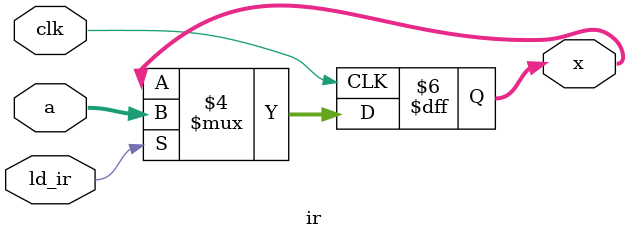
<source format=v>
module ir(
input wire ld_ir,
input wire clk,
output reg [7:0] x=8'b00000000,
input wire [7:0] a
);
always @(negedge clk)
	begin
if(ld_ir==1'b1) 
x<=a;	end
endmodule
	
</source>
